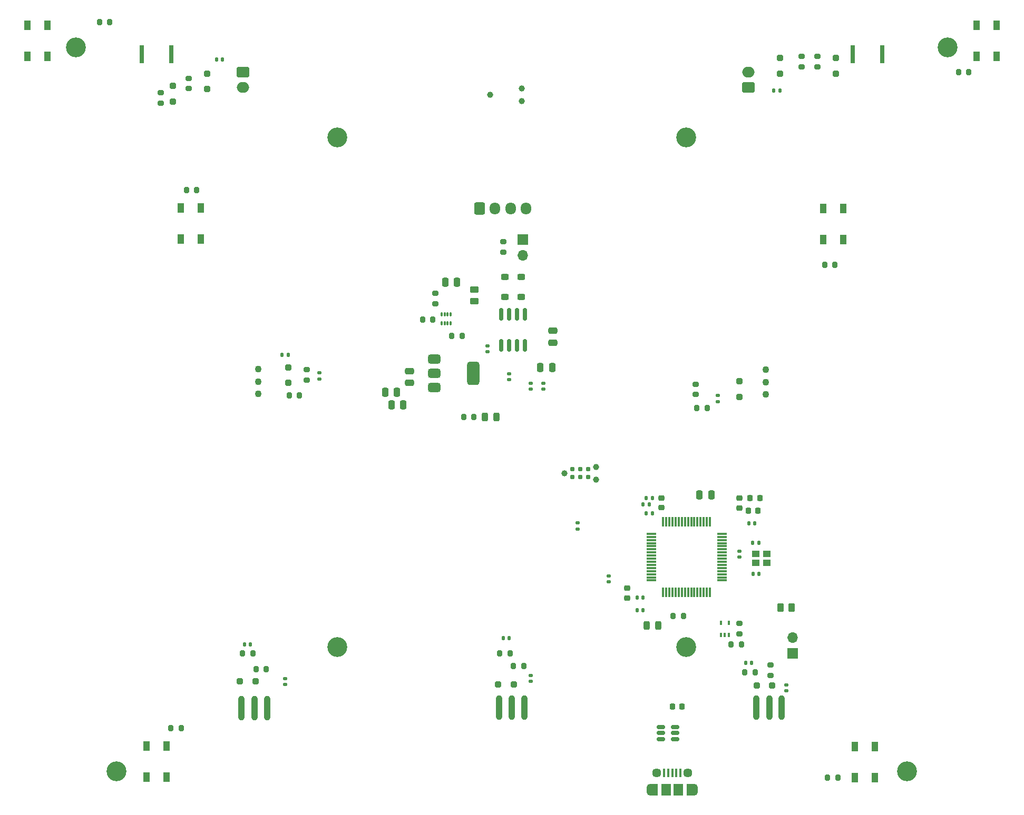
<source format=gts>
G04 #@! TF.GenerationSoftware,KiCad,Pcbnew,9.0.0*
G04 #@! TF.CreationDate,2025-03-18T22:32:34-07:00*
G04 #@! TF.ProjectId,steering wheel v4,73746565-7269-46e6-9720-776865656c20,B*
G04 #@! TF.SameCoordinates,Original*
G04 #@! TF.FileFunction,Soldermask,Top*
G04 #@! TF.FilePolarity,Negative*
%FSLAX46Y46*%
G04 Gerber Fmt 4.6, Leading zero omitted, Abs format (unit mm)*
G04 Created by KiCad (PCBNEW 9.0.0) date 2025-03-18 22:32:34*
%MOMM*%
%LPD*%
G01*
G04 APERTURE LIST*
G04 Aperture macros list*
%AMRoundRect*
0 Rectangle with rounded corners*
0 $1 Rounding radius*
0 $2 $3 $4 $5 $6 $7 $8 $9 X,Y pos of 4 corners*
0 Add a 4 corners polygon primitive as box body*
4,1,4,$2,$3,$4,$5,$6,$7,$8,$9,$2,$3,0*
0 Add four circle primitives for the rounded corners*
1,1,$1+$1,$2,$3*
1,1,$1+$1,$4,$5*
1,1,$1+$1,$6,$7*
1,1,$1+$1,$8,$9*
0 Add four rect primitives between the rounded corners*
20,1,$1+$1,$2,$3,$4,$5,0*
20,1,$1+$1,$4,$5,$6,$7,0*
20,1,$1+$1,$6,$7,$8,$9,0*
20,1,$1+$1,$8,$9,$2,$3,0*%
G04 Aperture macros list end*
%ADD10RoundRect,0.250000X0.250000X0.475000X-0.250000X0.475000X-0.250000X-0.475000X0.250000X-0.475000X0*%
%ADD11RoundRect,0.200000X-0.200000X-0.275000X0.200000X-0.275000X0.200000X0.275000X-0.200000X0.275000X0*%
%ADD12RoundRect,0.250000X-0.475000X0.250000X-0.475000X-0.250000X0.475000X-0.250000X0.475000X0.250000X0*%
%ADD13C,3.200000*%
%ADD14RoundRect,0.075000X-0.075000X0.260000X-0.075000X-0.260000X0.075000X-0.260000X0.075000X0.260000X0*%
%ADD15RoundRect,0.225000X0.225000X0.250000X-0.225000X0.250000X-0.225000X-0.250000X0.225000X-0.250000X0*%
%ADD16R,1.700000X1.700000*%
%ADD17O,1.700000X1.700000*%
%ADD18RoundRect,0.140000X-0.140000X-0.170000X0.140000X-0.170000X0.140000X0.170000X-0.140000X0.170000X0*%
%ADD19RoundRect,0.200000X0.200000X0.275000X-0.200000X0.275000X-0.200000X-0.275000X0.200000X-0.275000X0*%
%ADD20RoundRect,0.075000X0.700000X0.075000X-0.700000X0.075000X-0.700000X-0.075000X0.700000X-0.075000X0*%
%ADD21RoundRect,0.075000X0.075000X0.700000X-0.075000X0.700000X-0.075000X-0.700000X0.075000X-0.700000X0*%
%ADD22RoundRect,0.250000X-0.250000X-0.475000X0.250000X-0.475000X0.250000X0.475000X-0.250000X0.475000X0*%
%ADD23RoundRect,0.140000X0.170000X-0.140000X0.170000X0.140000X-0.170000X0.140000X-0.170000X-0.140000X0*%
%ADD24RoundRect,0.225000X0.250000X-0.225000X0.250000X0.225000X-0.250000X0.225000X-0.250000X-0.225000X0*%
%ADD25RoundRect,0.250000X-0.250000X0.250000X-0.250000X-0.250000X0.250000X-0.250000X0.250000X0.250000X0*%
%ADD26R,1.000000X1.600000*%
%ADD27RoundRect,0.140000X-0.170000X0.140000X-0.170000X-0.140000X0.170000X-0.140000X0.170000X0.140000X0*%
%ADD28R,0.400000X1.350000*%
%ADD29O,1.200000X1.900000*%
%ADD30R,1.200000X1.900000*%
%ADD31C,1.450000*%
%ADD32R,1.500000X1.900000*%
%ADD33C,1.100000*%
%ADD34RoundRect,0.200000X-0.275000X0.200000X-0.275000X-0.200000X0.275000X-0.200000X0.275000X0.200000X0*%
%ADD35RoundRect,0.245000X0.380000X-0.245000X0.380000X0.245000X-0.380000X0.245000X-0.380000X-0.245000X0*%
%ADD36RoundRect,0.250000X0.450000X-0.262500X0.450000X0.262500X-0.450000X0.262500X-0.450000X-0.262500X0*%
%ADD37R,1.150000X1.000000*%
%ADD38RoundRect,0.200000X0.275000X-0.200000X0.275000X0.200000X-0.275000X0.200000X-0.275000X-0.200000X0*%
%ADD39RoundRect,0.150000X0.512500X0.150000X-0.512500X0.150000X-0.512500X-0.150000X0.512500X-0.150000X0*%
%ADD40RoundRect,0.140000X0.140000X0.170000X-0.140000X0.170000X-0.140000X-0.170000X0.140000X-0.170000X0*%
%ADD41RoundRect,0.225000X-0.225000X-0.250000X0.225000X-0.250000X0.225000X0.250000X-0.225000X0.250000X0*%
%ADD42RoundRect,0.150000X0.150000X-0.825000X0.150000X0.825000X-0.150000X0.825000X-0.150000X-0.825000X0*%
%ADD43R,0.800000X3.000000*%
%ADD44RoundRect,0.250000X-0.600000X-0.725000X0.600000X-0.725000X0.600000X0.725000X-0.600000X0.725000X0*%
%ADD45O,1.700000X1.950000*%
%ADD46RoundRect,0.250000X-0.750000X0.600000X-0.750000X-0.600000X0.750000X-0.600000X0.750000X0.600000X0*%
%ADD47O,2.000000X1.700000*%
%ADD48RoundRect,0.500000X0.000010X1.500000X-0.000010X1.500000X-0.000010X-1.500000X0.000010X-1.500000X0*%
%ADD49RoundRect,0.243750X-0.243750X-0.456250X0.243750X-0.456250X0.243750X0.456250X-0.243750X0.456250X0*%
%ADD50C,0.990600*%
%ADD51C,0.787400*%
%ADD52RoundRect,0.375000X-0.625000X-0.375000X0.625000X-0.375000X0.625000X0.375000X-0.625000X0.375000X0*%
%ADD53RoundRect,0.500000X-0.500000X-1.400000X0.500000X-1.400000X0.500000X1.400000X-0.500000X1.400000X0*%
%ADD54RoundRect,0.250000X-0.262500X-0.450000X0.262500X-0.450000X0.262500X0.450000X-0.262500X0.450000X0*%
%ADD55RoundRect,0.250000X0.250000X-0.250000X0.250000X0.250000X-0.250000X0.250000X-0.250000X-0.250000X0*%
%ADD56RoundRect,0.245000X-0.380000X0.245000X-0.380000X-0.245000X0.380000X-0.245000X0.380000X0.245000X0*%
%ADD57RoundRect,0.250000X-0.250000X-0.250000X0.250000X-0.250000X0.250000X0.250000X-0.250000X0.250000X0*%
%ADD58RoundRect,0.218750X0.256250X-0.218750X0.256250X0.218750X-0.256250X0.218750X-0.256250X-0.218750X0*%
%ADD59RoundRect,0.250000X0.750000X-0.600000X0.750000X0.600000X-0.750000X0.600000X-0.750000X-0.600000X0*%
%ADD60RoundRect,0.100000X0.100000X-0.225000X0.100000X0.225000X-0.100000X0.225000X-0.100000X-0.225000X0*%
%ADD61RoundRect,0.243750X0.243750X0.456250X-0.243750X0.456250X-0.243750X-0.456250X0.243750X-0.456250X0*%
G04 APERTURE END LIST*
D10*
X184000000Y-103000000D03*
X182100000Y-103000000D03*
D11*
X99675000Y-54000000D03*
X101325000Y-54000000D03*
X189350000Y-131500000D03*
X191000000Y-131500000D03*
X202175000Y-66000000D03*
X203825000Y-66000000D03*
D12*
X158500000Y-76600000D03*
X158500000Y-78500000D03*
D13*
X179921122Y-45487913D03*
X123921122Y-127500000D03*
D14*
X142125000Y-73950000D03*
X141625000Y-73950000D03*
X141125000Y-73950000D03*
X140625000Y-73950000D03*
X140625000Y-75430000D03*
X141125000Y-75430000D03*
X141625000Y-75430000D03*
X142125000Y-75430000D03*
D15*
X191500000Y-105500000D03*
X189950000Y-105500000D03*
D16*
X197062500Y-128467058D03*
D17*
X197062500Y-125927058D03*
D18*
X189520000Y-130000000D03*
X190480000Y-130000000D03*
D19*
X143950000Y-77450000D03*
X142300000Y-77450000D03*
D20*
X185675000Y-116750000D03*
X185675000Y-116250000D03*
X185675000Y-115750000D03*
X185675000Y-115250000D03*
X185675000Y-114750000D03*
X185675000Y-114250000D03*
X185675000Y-113750000D03*
X185675000Y-113250000D03*
X185675000Y-112750000D03*
X185675000Y-112250000D03*
X185675000Y-111750000D03*
X185675000Y-111250000D03*
X185675000Y-110750000D03*
X185675000Y-110250000D03*
X185675000Y-109750000D03*
X185675000Y-109250000D03*
D21*
X183750000Y-107325000D03*
X183250000Y-107325000D03*
X182750000Y-107325000D03*
X182250000Y-107325000D03*
X181750000Y-107325000D03*
X181250000Y-107325000D03*
X180750000Y-107325000D03*
X180250000Y-107325000D03*
X179750000Y-107325000D03*
X179250000Y-107325000D03*
X178750000Y-107325000D03*
X178250000Y-107325000D03*
X177750000Y-107325000D03*
X177250000Y-107325000D03*
X176750000Y-107325000D03*
X176250000Y-107325000D03*
D20*
X174325000Y-109250000D03*
X174325000Y-109750000D03*
X174325000Y-110250000D03*
X174325000Y-110750000D03*
X174325000Y-111250000D03*
X174325000Y-111750000D03*
X174325000Y-112250000D03*
X174325000Y-112750000D03*
X174325000Y-113250000D03*
X174325000Y-113750000D03*
X174325000Y-114250000D03*
X174325000Y-114750000D03*
X174325000Y-115250000D03*
X174325000Y-115750000D03*
X174325000Y-116250000D03*
X174325000Y-116750000D03*
D21*
X176250000Y-118675000D03*
X176750000Y-118675000D03*
X177250000Y-118675000D03*
X177750000Y-118675000D03*
X178250000Y-118675000D03*
X178750000Y-118675000D03*
X179250000Y-118675000D03*
X179750000Y-118675000D03*
X180250000Y-118675000D03*
X180750000Y-118675000D03*
X181250000Y-118675000D03*
X181750000Y-118675000D03*
X182250000Y-118675000D03*
X182750000Y-118675000D03*
X183250000Y-118675000D03*
X183750000Y-118675000D03*
D13*
X221921122Y-30987913D03*
D22*
X132600000Y-88500000D03*
X134500000Y-88500000D03*
D23*
X148000000Y-79980000D03*
X148000000Y-79020000D03*
D24*
X170500000Y-119550000D03*
X170500000Y-118000000D03*
D25*
X116000000Y-82500000D03*
X116000000Y-85000000D03*
D13*
X123921122Y-45487913D03*
D19*
X87325000Y-27000000D03*
X85675000Y-27000000D03*
D26*
X93250000Y-148400000D03*
X93250000Y-143400000D03*
X96450000Y-143400000D03*
X96450000Y-148400000D03*
D23*
X115480000Y-133480000D03*
X115480000Y-132520000D03*
X121000000Y-84350000D03*
X121000000Y-83390000D03*
D27*
X188500000Y-112040000D03*
X188500000Y-113000000D03*
X185000000Y-87020000D03*
X185000000Y-87980000D03*
D28*
X176400000Y-147702500D03*
X177050000Y-147702500D03*
X177700000Y-147702500D03*
X178350000Y-147702500D03*
X179000000Y-147702500D03*
D29*
X174200000Y-150402500D03*
D30*
X174800000Y-150402500D03*
D31*
X175200000Y-147702500D03*
D32*
X176700000Y-150402500D03*
X178700000Y-150402500D03*
D31*
X180200000Y-147702500D03*
D30*
X180600000Y-150402500D03*
D29*
X181200000Y-150402500D03*
D16*
X153700000Y-61900000D03*
D17*
X153700000Y-64440000D03*
D25*
X204000000Y-32750000D03*
X204000000Y-35250000D03*
D33*
X192721122Y-82837913D03*
X192721122Y-84837913D03*
X192721122Y-86837913D03*
D11*
X223675000Y-35000000D03*
X225325000Y-35000000D03*
D26*
X205175000Y-56900000D03*
X205175000Y-61900000D03*
X201975000Y-61900000D03*
X201975000Y-56900000D03*
D18*
X115040000Y-80500000D03*
X116000000Y-80500000D03*
D34*
X139600000Y-70575000D03*
X139600000Y-72225000D03*
D35*
X150825000Y-71160000D03*
X150825000Y-67940000D03*
D36*
X145896122Y-71837913D03*
X145896122Y-70012913D03*
D18*
X173540000Y-103500000D03*
X174500000Y-103500000D03*
D25*
X195000000Y-32750000D03*
X195000000Y-35250000D03*
D34*
X201000000Y-32500000D03*
X201000000Y-34150000D03*
D37*
X191150000Y-113900000D03*
X192900000Y-113900000D03*
X192900000Y-112500000D03*
X191150000Y-112500000D03*
D38*
X119000000Y-84500000D03*
X119000000Y-82850000D03*
D23*
X162500000Y-108480000D03*
X162500000Y-107520000D03*
D22*
X131600000Y-86500000D03*
X133500000Y-86500000D03*
D26*
X98770000Y-61885000D03*
X98770000Y-56885000D03*
X101970000Y-56885000D03*
X101970000Y-61885000D03*
D11*
X181675000Y-89000000D03*
X183325000Y-89000000D03*
D38*
X150550000Y-63950000D03*
X150550000Y-62300000D03*
D39*
X178137500Y-142256043D03*
X178137500Y-141306043D03*
X178137500Y-140356043D03*
X175862500Y-140356043D03*
X175862500Y-141306043D03*
X175862500Y-142256043D03*
D40*
X191610000Y-110700000D03*
X190650000Y-110700000D03*
D41*
X177725000Y-137000000D03*
X179275000Y-137000000D03*
D42*
X150186122Y-78912913D03*
X151456122Y-78912913D03*
X152726122Y-78912913D03*
X153996122Y-78912913D03*
X153996122Y-73962913D03*
X152726122Y-73962913D03*
X151456122Y-73962913D03*
X150186122Y-73962913D03*
D19*
X98825000Y-140500000D03*
X97175000Y-140500000D03*
D26*
X229800000Y-27500000D03*
X229800000Y-32500000D03*
X226600000Y-32500000D03*
X226600000Y-27500000D03*
D43*
X211459122Y-32095413D03*
X206739122Y-32095413D03*
D44*
X146721122Y-56937913D03*
D45*
X149221122Y-56937913D03*
X151721122Y-56937913D03*
X154221122Y-56937913D03*
D12*
X135500000Y-83100000D03*
X135500000Y-85000000D03*
D23*
X196000000Y-134480000D03*
X196000000Y-133520000D03*
D11*
X202675000Y-148500000D03*
X204325000Y-148500000D03*
D46*
X108721122Y-34987913D03*
D47*
X108721122Y-37487913D03*
D18*
X173540000Y-106000000D03*
X174500000Y-106000000D03*
D48*
X195296122Y-137237913D03*
X193296122Y-137237913D03*
X191196122Y-137237913D03*
D49*
X147562500Y-90500000D03*
X149437500Y-90500000D03*
D13*
X88421122Y-147487913D03*
D18*
X172040000Y-121500000D03*
X173000000Y-121500000D03*
D48*
X153946122Y-137212913D03*
X151946122Y-137212913D03*
X149846122Y-137212913D03*
D18*
X172040000Y-119500000D03*
X173000000Y-119500000D03*
D50*
X160420000Y-99484000D03*
X165500000Y-98468000D03*
X165500000Y-100500000D03*
D51*
X161690000Y-100119000D03*
X161690000Y-98849000D03*
X162960000Y-100119000D03*
X162960000Y-98849000D03*
X164230000Y-100119000D03*
X164230000Y-98849000D03*
D43*
X97195627Y-32112913D03*
X92475627Y-32112913D03*
D38*
X188500000Y-125325000D03*
X188500000Y-123675000D03*
D23*
X155000000Y-132980000D03*
X155000000Y-132020000D03*
D19*
X139225000Y-74800000D03*
X137575000Y-74800000D03*
D27*
X155000000Y-85020000D03*
X155000000Y-85980000D03*
D19*
X151650000Y-128500000D03*
X150000000Y-128500000D03*
D13*
X215421122Y-147487913D03*
D26*
X74125000Y-32500000D03*
X74125000Y-27500000D03*
X77325000Y-27500000D03*
X77325000Y-32500000D03*
D11*
X187175000Y-127000000D03*
X188825000Y-127000000D03*
D24*
X176000000Y-105050000D03*
X176000000Y-103500000D03*
D13*
X179921122Y-127500000D03*
D52*
X139475000Y-81150000D03*
X139475000Y-83450000D03*
D53*
X145775000Y-83450000D03*
D52*
X139475000Y-85750000D03*
D38*
X181500000Y-86825000D03*
X181500000Y-85175000D03*
D54*
X195087500Y-121127058D03*
X196912500Y-121127058D03*
D55*
X188500000Y-87250000D03*
X188500000Y-84750000D03*
D34*
X95500000Y-38350000D03*
X95500000Y-40000000D03*
D19*
X145825000Y-90500000D03*
X144175000Y-90500000D03*
D22*
X156500000Y-82500000D03*
X158400000Y-82500000D03*
D40*
X151500000Y-126000000D03*
X150540000Y-126000000D03*
D56*
X153475000Y-67965000D03*
X153475000Y-71185000D03*
D19*
X117825000Y-87000000D03*
X116175000Y-87000000D03*
D40*
X190980000Y-107569095D03*
X190020000Y-107569095D03*
D33*
X111156122Y-86752913D03*
X111156122Y-84752913D03*
X111156122Y-82752913D03*
D23*
X151500000Y-84480000D03*
X151500000Y-83520000D03*
D34*
X100000000Y-36000000D03*
X100000000Y-37650000D03*
D13*
X81921122Y-30987913D03*
D40*
X109960000Y-127000000D03*
X109000000Y-127000000D03*
D23*
X167500000Y-116960000D03*
X167500000Y-116000000D03*
D18*
X194040000Y-38000000D03*
X195000000Y-38000000D03*
D57*
X108250000Y-133000000D03*
X110750000Y-133000000D03*
D19*
X112500000Y-131000000D03*
X110850000Y-131000000D03*
D40*
X105460000Y-33000000D03*
X104500000Y-33000000D03*
D34*
X193500000Y-130350000D03*
X193500000Y-132000000D03*
D57*
X191250000Y-133675000D03*
X193750000Y-133675000D03*
D19*
X110325000Y-128500000D03*
X108675000Y-128500000D03*
D58*
X188500000Y-105075000D03*
X188500000Y-103500000D03*
D18*
X190670000Y-115700000D03*
X191630000Y-115700000D03*
D34*
X198500000Y-32500000D03*
X198500000Y-34150000D03*
D59*
X189921122Y-37487913D03*
D47*
X189921122Y-34987913D03*
D27*
X157000000Y-85020000D03*
X157000000Y-85980000D03*
D25*
X103000000Y-35250000D03*
X103000000Y-37750000D03*
X97500000Y-37250000D03*
X97500000Y-39750000D03*
D48*
X112596122Y-137287913D03*
X110596122Y-137287913D03*
X108496122Y-137287913D03*
D18*
X173040000Y-104500000D03*
X174000000Y-104500000D03*
D60*
X185500000Y-125500000D03*
X186150000Y-125500000D03*
X186800000Y-125500000D03*
X186800000Y-123600000D03*
X185500000Y-123600000D03*
D57*
X149750000Y-133500000D03*
X152250000Y-133500000D03*
D15*
X191775000Y-103500000D03*
X190225000Y-103500000D03*
D22*
X141250000Y-68800000D03*
X143150000Y-68800000D03*
D61*
X175437500Y-124000000D03*
X173562500Y-124000000D03*
D26*
X210275000Y-143425000D03*
X210275000Y-148425000D03*
X207075000Y-148425000D03*
X207075000Y-143425000D03*
D19*
X153825000Y-130500000D03*
X152175000Y-130500000D03*
D11*
X177850000Y-122500000D03*
X179500000Y-122500000D03*
D50*
X148460000Y-38635000D03*
X153540000Y-37619000D03*
X153540000Y-39651000D03*
M02*

</source>
